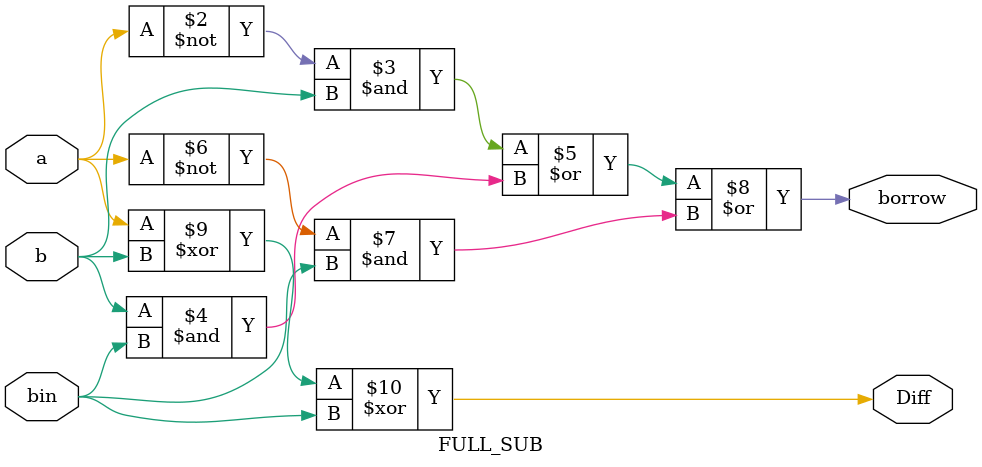
<source format=v>
`timescale 1ns / 1ps


module FULL_SUB(
    input a,b,bin,
    output reg borrow,Diff
    );
    
    always @(*)
    begin
        borrow = (~a&b) | (b&bin) | (~a&bin); 
        Diff   = a^b^bin;
    end
    
endmodule

</source>
